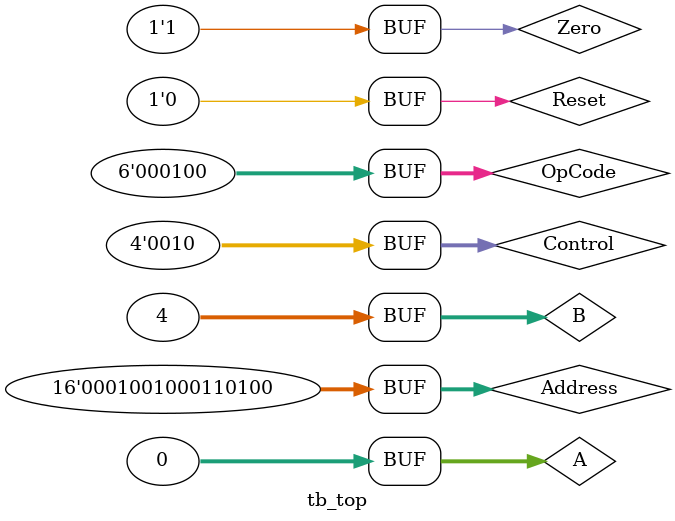
<source format=v>
`timescale 1ns/1ns

module tb_top();

reg [5:0] OpCode;
reg [31:0] A, B;
reg [15:0] Address;
reg [3:0] Control;
reg Reset, Zero;

wire [31:0] PresentState;
top tp(.OpCode(OpCode), .Control(Control), .A(A), .B(B), .Address(Address), .Zero(Zero), .Reset(Reset), .PresentState(PresentState));

initial begin
	OpCode <= 6'b000100;
	Control <= 4'b0010;
	A <= 32'h0000_0000;
	B <= 32'h0000_0004;
	Address <= 16'h4321;
	Zero <= 0;
	Reset <= 0;
	#500;
	OpCode <= 6'b000100;
	Control <= 4'b0010;
	A <= 32'h0000_0000;
	B <= 32'h0000_0004;
	Address <= 16'h1234;
	Zero <= 1;
	Reset <= 0;

end
endmodule


</source>
